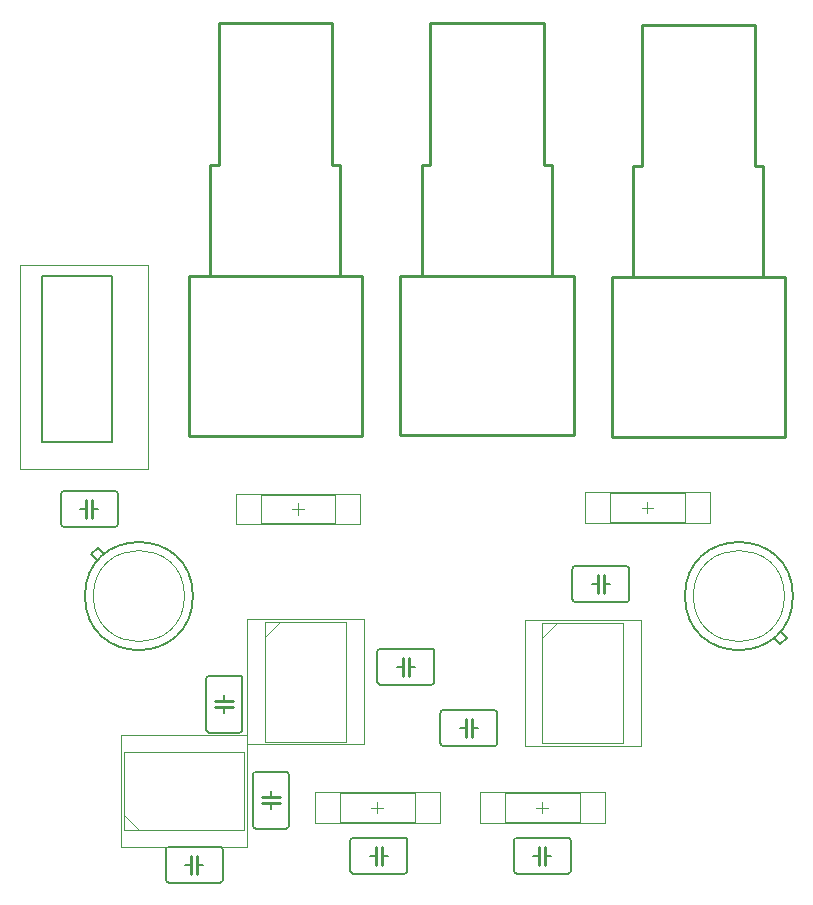
<source format=gm1>
G04*
G04 #@! TF.GenerationSoftware,Altium Limited,Altium Designer,21.2.2 (38)*
G04*
G04 Layer_Color=16711935*
%FSLAX25Y25*%
%MOIN*%
G70*
G04*
G04 #@! TF.SameCoordinates,2C2DF465-67B0-4465-8F2B-43406C1D41F1*
G04*
G04*
G04 #@! TF.FilePolarity,Positive*
G04*
G01*
G75*
%ADD11C,0.00787*%
%ADD13C,0.01000*%
%ADD14C,0.00394*%
%ADD15C,0.00600*%
%ADD16C,0.00500*%
%ADD17C,0.00200*%
%ADD18C,0.00197*%
D11*
X87035Y244528D02*
X110658D01*
X87035Y189409D02*
Y244528D01*
Y189409D02*
X110658D01*
Y244528D01*
D13*
X104000Y167000D02*
Y170000D01*
Y164000D02*
Y167000D01*
X102000D02*
Y170000D01*
Y164000D02*
Y167000D01*
X160500Y71000D02*
X163500D01*
X166500D01*
X160500Y69000D02*
X163500D01*
X166500D01*
X137000Y45500D02*
Y48500D01*
Y51500D01*
X139000Y45500D02*
Y48500D01*
Y51500D01*
X255000D02*
Y54500D01*
Y48500D02*
Y51500D01*
X253000D02*
Y54500D01*
Y48500D02*
Y51500D01*
X230500Y94000D02*
Y97000D01*
Y91000D02*
Y94000D01*
X228500D02*
Y97000D01*
Y91000D02*
Y94000D01*
X274500Y142000D02*
Y145000D01*
Y139000D02*
Y142000D01*
X272500D02*
Y145000D01*
Y139000D02*
Y142000D01*
X200500Y51500D02*
Y54500D01*
Y48500D02*
Y51500D01*
X198500D02*
Y54500D01*
Y48500D02*
Y51500D01*
X145000Y103000D02*
X148000D01*
X151000D01*
X145000Y101000D02*
X148000D01*
X151000D01*
X207500Y111500D02*
Y114500D01*
Y117500D01*
X209500Y111500D02*
Y114500D01*
Y117500D01*
X143347Y281658D02*
X146102D01*
X183898D02*
X186653D01*
X146102Y328902D02*
X183898D01*
X186653Y244650D02*
Y281658D01*
X183898D02*
Y328902D01*
X146102Y281658D02*
Y328902D01*
X143347Y244650D02*
Y281658D01*
X136063Y191500D02*
Y244650D01*
Y191500D02*
X193937D01*
Y244650D01*
X136063D02*
X193937D01*
X213846Y281748D02*
X216602D01*
X254398D02*
X257154D01*
X216602Y328992D02*
X254398D01*
X257154Y244740D02*
Y281748D01*
X254398D02*
Y328992D01*
X216602Y281748D02*
Y328992D01*
X213846Y244740D02*
Y281748D01*
X206563Y191591D02*
Y244740D01*
Y191591D02*
X264437D01*
Y244740D01*
X206563D02*
X264437D01*
X277063Y244240D02*
X334937D01*
Y191091D02*
Y244240D01*
X277063Y191091D02*
X334937D01*
X277063D02*
Y244240D01*
X284347D02*
Y281248D01*
X287102D02*
Y328492D01*
X324898Y281248D02*
Y328492D01*
X327654Y244240D02*
Y281248D01*
X287102Y328492D02*
X324898D01*
Y281248D02*
X327654D01*
X284347D02*
X287102D01*
D14*
X114500Y60008D02*
Y85992D01*
X154500D01*
Y60008D02*
Y85992D01*
X114500Y60008D02*
X154500D01*
X114500Y65008D02*
X119500Y60008D01*
X266402Y62776D02*
Y72224D01*
X241598Y62776D02*
X266402D01*
X241598Y72224D02*
X266402D01*
X241598Y62776D02*
Y72224D01*
X254000Y129000D02*
X281000D01*
Y89000D02*
Y129000D01*
X254000Y89000D02*
X281000D01*
X254000D02*
Y129000D01*
Y124000D02*
X259000Y129000D01*
X276598Y162776D02*
Y172224D01*
X301402D01*
X276598Y162776D02*
X301402D01*
Y172224D01*
X160098Y162276D02*
Y171724D01*
X184902D01*
X160098Y162276D02*
X184902D01*
Y171724D01*
X161500Y124500D02*
X166500Y129500D01*
X161500Y89500D02*
Y129500D01*
Y89500D02*
X188500D01*
Y129500D01*
X161500D02*
X188500D01*
X211402Y62776D02*
Y72224D01*
X186598Y62776D02*
X211402D01*
X186598Y72224D02*
X211402D01*
X186598Y62776D02*
Y72224D01*
X252031Y67500D02*
X255968D01*
X254000Y65531D02*
Y69468D01*
X287032Y167500D02*
X290968D01*
X289000Y165532D02*
Y169468D01*
X170531Y167000D02*
X174469D01*
X172500Y165032D02*
Y168968D01*
X79850Y248465D02*
X122665D01*
X79850Y180354D02*
Y248465D01*
Y180354D02*
X122665D01*
Y248465D01*
X197031Y67500D02*
X200969Y67500D01*
X199000Y69468D02*
X199000Y65531D01*
D15*
X104500Y167000D02*
X106000D01*
X100000D02*
X101500D01*
X163500Y71500D02*
Y73000D01*
Y67000D02*
Y68500D01*
X135000Y48500D02*
X136500D01*
X139500D02*
X141000D01*
X255500Y51500D02*
X257000D01*
X251000D02*
X252500D01*
X231000Y94000D02*
X232500D01*
X226500D02*
X228000D01*
X275000Y142000D02*
X276500D01*
X270500D02*
X272000D01*
X201000Y51500D02*
X202500D01*
X196500D02*
X198000D01*
X148000Y103500D02*
Y105000D01*
Y99000D02*
Y100500D01*
X205500Y114500D02*
X207000D01*
X210000D02*
X211500D01*
X112500Y172000D02*
G03*
X111500Y173000I-1000J0D01*
G01*
X94500D02*
G03*
X93500Y172000I0J-1000D01*
G01*
X111500Y161000D02*
G03*
X112500Y162000I0J1000D01*
G01*
X93500D02*
G03*
X94500Y161000I1000J0D01*
G01*
X158500Y79500D02*
G03*
X157500Y78500I0J-1000D01*
G01*
Y61500D02*
G03*
X158500Y60500I1000J0D01*
G01*
X169500Y78500D02*
G03*
X168500Y79500I-1000J0D01*
G01*
Y60500D02*
G03*
X169500Y61500I0J1000D01*
G01*
X128500Y43500D02*
G03*
X129500Y42500I1000J0D01*
G01*
X146500D02*
G03*
X147500Y43500I0J1000D01*
G01*
X129500Y54500D02*
G03*
X128500Y53500I0J-1000D01*
G01*
X147500D02*
G03*
X146500Y54500I-1000J0D01*
G01*
X263500Y56500D02*
G03*
X262500Y57500I-1000J0D01*
G01*
X245500D02*
G03*
X244500Y56500I0J-1000D01*
G01*
X262500Y45500D02*
G03*
X263500Y46500I0J1000D01*
G01*
X244500D02*
G03*
X245500Y45500I1000J0D01*
G01*
X239000Y99000D02*
G03*
X238000Y100000I-1000J0D01*
G01*
X221000D02*
G03*
X220000Y99000I0J-1000D01*
G01*
X238000Y88000D02*
G03*
X239000Y89000I0J1000D01*
G01*
X220000D02*
G03*
X221000Y88000I1000J0D01*
G01*
X283000Y147000D02*
G03*
X282000Y148000I-1000J0D01*
G01*
X265000D02*
G03*
X264000Y147000I0J-1000D01*
G01*
X282000Y136000D02*
G03*
X283000Y137000I0J1000D01*
G01*
X264000D02*
G03*
X265000Y136000I1000J0D01*
G01*
X209000Y56500D02*
G03*
X208000Y57500I-1000J0D01*
G01*
X191000D02*
G03*
X190000Y56500I0J-1000D01*
G01*
X208000Y45500D02*
G03*
X209000Y46500I0J1000D01*
G01*
X190000D02*
G03*
X191000Y45500I1000J0D01*
G01*
X143000Y111500D02*
G03*
X142000Y110500I0J-1000D01*
G01*
Y93500D02*
G03*
X143000Y92500I1000J0D01*
G01*
X154000Y110500D02*
G03*
X153000Y111500I-1000J0D01*
G01*
Y92500D02*
G03*
X154000Y93500I0J1000D01*
G01*
X199000Y109500D02*
G03*
X200000Y108500I1000J0D01*
G01*
X217000D02*
G03*
X218000Y109500I0J1000D01*
G01*
X200000Y120500D02*
G03*
X199000Y119500I0J-1000D01*
G01*
X218000D02*
G03*
X217000Y120500I-1000J0D01*
G01*
X104000Y167000D02*
X104500D01*
X101500D02*
X102000D01*
X112500Y162000D02*
Y172000D01*
X93500Y162000D02*
Y172000D01*
X94500Y173000D02*
X111500D01*
X94500Y161000D02*
X111500D01*
X163500Y71000D02*
Y71500D01*
Y68500D02*
Y69000D01*
X158500Y79500D02*
X168500D01*
X158500Y60500D02*
X168500D01*
X157500Y61500D02*
Y78500D01*
X169500Y61500D02*
Y78500D01*
X136500Y48500D02*
X137000D01*
X139000D02*
X139500D01*
X128500Y43500D02*
Y53500D01*
X147500Y43500D02*
Y53500D01*
X129500Y42500D02*
X146500D01*
X129500Y54500D02*
X146500D01*
X245500Y57500D02*
X262500D01*
X245500Y45500D02*
X262500D01*
X263500Y46500D02*
Y56500D01*
X244500Y46500D02*
Y56500D01*
X255000Y51500D02*
X255500D01*
X252500D02*
X253000D01*
X230500Y94000D02*
X231000D01*
X228000D02*
X228500D01*
X239000Y89000D02*
Y99000D01*
X220000Y89000D02*
Y99000D01*
X221000Y100000D02*
X238000D01*
X221000Y88000D02*
X238000D01*
X274500Y142000D02*
X275000D01*
X272000D02*
X272500D01*
X283000Y137000D02*
Y147000D01*
X264000Y137000D02*
Y147000D01*
X265000Y148000D02*
X282000D01*
X265000Y136000D02*
X282000D01*
X191000Y57500D02*
X208000D01*
X191000Y45500D02*
X208000D01*
X209000Y46500D02*
Y56500D01*
X190000Y46500D02*
Y56500D01*
X200500Y51500D02*
X201000D01*
X198000D02*
X198500D01*
X142000Y93500D02*
Y110500D01*
X154000Y93500D02*
Y110500D01*
X143000Y111500D02*
X153000D01*
X143000Y92500D02*
X153000D01*
X148000Y103000D02*
Y103500D01*
Y100500D02*
Y101000D01*
X200000Y108500D02*
X217000D01*
X200000Y120500D02*
X217000D01*
X199000Y109500D02*
Y119500D01*
X218000Y109500D02*
Y119500D01*
X207000Y114500D02*
X207500D01*
X209500D02*
X210000D01*
D16*
X137500Y138000D02*
G03*
X137500Y138000I-18000J0D01*
G01*
X337500D02*
G03*
X337500Y138000I-18000J0D01*
G01*
X103600Y151900D02*
X105700Y149800D01*
Y154000D02*
X107800Y151900D01*
X103600D02*
X105700Y154000D01*
X333300Y126200D02*
X335400Y124100D01*
X331200D02*
X333300Y122000D01*
X335400Y124100D01*
D17*
X134700Y138000D02*
G03*
X134700Y138000I-15200J0D01*
G01*
X334700D02*
G03*
X334700Y138000I-15200J0D01*
G01*
D18*
X113516Y54240D02*
Y91760D01*
X155484D01*
Y54240D02*
Y91760D01*
X113516Y54240D02*
X155484D01*
X233232Y62382D02*
Y72618D01*
Y62382D02*
X274768D01*
X233232Y72618D02*
X274768D01*
Y62382D02*
Y72618D01*
X248035Y129984D02*
X286965D01*
Y88016D02*
Y129984D01*
X248035Y88016D02*
X286965D01*
X248035D02*
Y129984D01*
X309768Y162382D02*
Y172618D01*
X268232D02*
X309768D01*
X268232Y162382D02*
X309768D01*
X268232D02*
Y172618D01*
X193268Y161882D02*
Y172118D01*
X151732D02*
X193268D01*
X151732Y161882D02*
X193268D01*
X151732D02*
Y172118D01*
X155535Y88516D02*
Y130484D01*
Y88516D02*
X194465D01*
Y130484D01*
X155535D02*
X194465D01*
X178232Y62382D02*
X178232Y72618D01*
X178232Y62382D02*
X219768D01*
X178232Y72618D02*
X219768D01*
X219768Y62382D02*
X219768Y72618D01*
M02*

</source>
